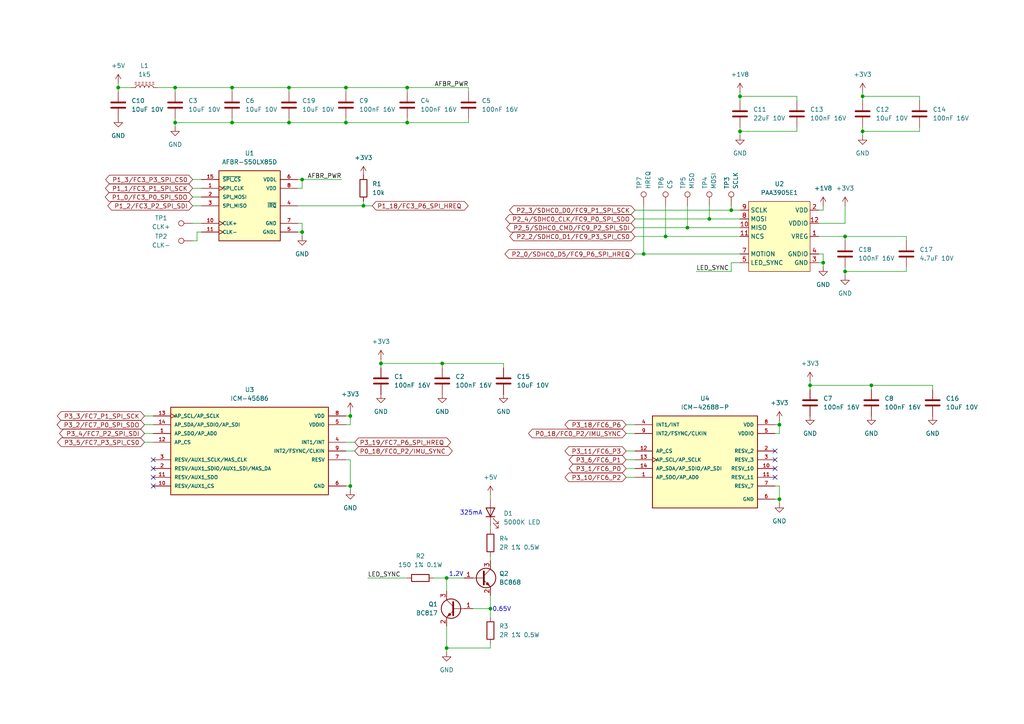
<source format=kicad_sch>
(kicad_sch (version 20250114) (generator "eeschema") (generator_version "9.0")
  (paper "A4")
  (title_block (title "MR-MCXN-T1 Optical Flow") (date "2025-04-16") (rev "X0") (company "NXP SEMICONDUCTORS B.V.") (comment 1 "CLASSIFICATION: INTERNAL USE ONLY") (comment 3 "DESIGNER: YOURI TILS") (comment 4 "CTO SYSTEM INNOVATIONS / MOBILE ROBOTICS DOMAIN"))
  (lib_symbols
    (symbol "Connector:TestPoint" (pin_numbers (hide yes)) (pin_names (offset 0.762) (hide yes))
      (property "Reference" "TP" (at 0 6.858 0))
      (property "Value" "TestPoint" (at 0 5.08 0))
      (symbol "TestPoint_0_1"
        (circle (center 0 3.302) (radius 0.762))
      )
      (symbol "TestPoint_1_1"
        (pin passive line (at 0 0 90) (length 2.54) (name "1") (number "1"))
      )
    )
    (symbol "Device:C" (pin_numbers (hide yes)) (pin_names (offset 0.254))
      (property "Reference" "C" (at 0.635 2.54 0))
      (property "Value" "C" (at 0.635 -2.54 0))
      (symbol "C_0_1"
        (polyline (pts (xy -2.032 0.762) (xy 2.032 0.762)) (stroke (width 0.508)))
        (polyline (pts (xy -2.032 -0.762) (xy 2.032 -0.762)) (stroke (width 0.508)))
      )
      (symbol "C_1_1"
        (pin passive line (at 0 3.81 270) (length 2.794) (name "~") (number "1"))
        (pin passive line (at 0 -3.81 90) (length 2.794) (name "~") (number "2"))
      )
    )
    (symbol "Device:LED" (pin_numbers (hide yes)) (pin_names (offset 1.016) (hide yes))
      (property "Reference" "D" (at 0 2.54 0))
      (property "Value" "LED" (at 0 -2.54 0))
      (symbol "LED_0_1"
        (polyline (pts (xy -3.048 -0.762) (xy -4.572 -2.286) (xy -3.81 -2.286) (xy -4.572 -2.286) (xy -4.572 -1.524)))
        (polyline (pts (xy -1.778 -0.762) (xy -3.302 -2.286) (xy -2.54 -2.286) (xy -3.302 -2.286) (xy -3.302 -1.524)))
        (polyline (pts (xy -1.27 0) (xy 1.27 0)))
        (polyline (pts (xy -1.27 -1.27) (xy -1.27 1.27)) (stroke (width 0.254)))
        (polyline (pts (xy 1.27 -1.27) (xy 1.27 1.27) (xy -1.27 0) (xy 1.27 -1.27)) (stroke (width 0.254)))
      )
      (symbol "LED_1_1"
        (pin passive line (at -3.81 0 0) (length 2.54) (name "K") (number "1"))
        (pin passive line (at 3.81 0 180) (length 2.54) (name "A") (number "2"))
      )
    )
    (symbol "Device:L_Ferrite" (pin_numbers (hide yes)) (pin_names (offset 1.016) (hide yes))
      (property "Reference" "L" (at -1.27 0 90))
      (property "Value" "L_Ferrite" (at 2.794 0 90))
      (symbol "L_Ferrite_0_1"
        (arc (start 0 2.54) (mid 0.6323 1.905) (end 0 1.27))
        (arc (start 0 1.27) (mid 0.6323 0.635) (end 0 0))
        (arc (start 0 0) (mid 0.6323 -0.635) (end 0 -1.27))
        (arc (start 0 -1.27) (mid 0.6323 -1.905) (end 0 -2.54))
        (polyline (pts (xy 1.016 2.286) (xy 1.016 2.794)))
        (polyline (pts (xy 1.016 1.27) (xy 1.016 1.778)))
        (polyline (pts (xy 1.016 0.254) (xy 1.016 0.762)))
        (polyline (pts (xy 1.016 -0.762) (xy 1.016 -0.254)))
        (polyline (pts (xy 1.016 -1.778) (xy 1.016 -1.27)))
        (polyline (pts (xy 1.016 -2.794) (xy 1.016 -2.286)))
        (polyline (pts (xy 1.524 2.794) (xy 1.524 2.286)))
        (polyline (pts (xy 1.524 1.778) (xy 1.524 1.27)))
        (polyline (pts (xy 1.524 0.762) (xy 1.524 0.254)))
        (polyline (pts (xy 1.524 -0.254) (xy 1.524 -0.762)))
        (polyline (pts (xy 1.524 -1.27) (xy 1.524 -1.778)))
        (polyline (pts (xy 1.524 -2.286) (xy 1.524 -2.794)))
      )
      (symbol "L_Ferrite_1_1"
        (pin passive line (at 0 3.81 270) (length 1.27) (name "1") (number "1"))
        (pin passive line (at 0 -3.81 90) (length 1.27) (name "2") (number "2"))
      )
    )
    (symbol "Device:R" (pin_numbers (hide yes)) (pin_names (offset 0))
      (property "Reference" "R" (at 2.032 0 90))
      (property "Value" "R" (at 0 0 90))
      (symbol "R_0_1"
        (rectangle (start -1.016 -2.54) (end 1.016 2.54) (stroke (width 0.254)))
      )
      (symbol "R_1_1"
        (pin passive line (at 0 3.81 270) (length 1.27) (name "~") (number "1"))
        (pin passive line (at 0 -3.81 90) (length 1.27) (name "~") (number "2"))
      )
    )
    (symbol "Sensors:AFBR-S50LX85D" (pin_names (offset 1.016))
      (property "Reference" "U" (at -8.89 10.795 0))
      (property "Value" "AFBR-S50LX85D" (at -8.89 -12.446 0))
      (symbol "AFBR-S50LX85D_0_0"
        (rectangle (start -8.89 10.16) (end 8.89 -10.16) (stroke (width 0.254)) (fill (type background)))
        (pin input line (at -13.97 7.62 0) (length 5.08) (name "~{SPI_CS}") (number "15"))
        (pin input clock (at -13.97 5.08 0) (length 5.08) (name "SPI_CLK") (number "1"))
        (pin input line (at -13.97 2.54 0) (length 5.08) (name "SPI_MOSI") (number "2"))
        (pin output line (at -13.97 0 0) (length 5.08) (name "SPI_MISO") (number "3"))
        (pin bidirectional clock (at -13.97 -5.08 0) (length 5.08) (name "CLK+") (number "10"))
        (pin bidirectional clock (at -13.97 -7.62 0) (length 5.08) (name "CLK-") (number "11"))
        (pin power_in line (at 13.97 7.62 180) (length 5.08) (name "VDDL") (number "6"))
        (pin power_in line (at 13.97 5.08 180) (length 5.08) (hide yes) (name "VDD") (number "13"))
        (pin power_in line (at 13.97 5.08 180) (length 5.08) (name "VDD") (number "8"))
        (pin no_connect line (at 13.97 2.54 180) (length 5.08) (hide yes) (name "TEST") (number "12"))
        (pin output line (at 13.97 0 180) (length 5.08) (name "~{IRQ}") (number "4"))
        (pin power_in line (at 13.97 -5.08 180) (length 5.08) (hide yes) (name "GND") (number "14"))
        (pin power_in line (at 13.97 -5.08 180) (length 5.08) (name "GND") (number "7"))
        (pin power_in line (at 13.97 -5.08 180) (length 5.08) (hide yes) (name "GND") (number "9"))
        (pin power_in line (at 13.97 -7.62 180) (length 5.08) (name "GNDL") (number "5"))
      )
    )
    (symbol "Sensors:ICM-42688-P" (pin_names (offset 1.016))
      (property "Reference" "U" (at -14.986 13.462 0))
      (property "Value" "ICM-42688-P" (at -14.986 -16.256 0))
      (symbol "ICM-42688-P_0_0"
        (rectangle (start -15.24 12.7) (end 15.24 -13.97) (stroke (width 0.254)) (fill (type background)))
        (pin output line (at -20.32 10.16 0) (length 5.08) (name "INT1/INT") (number "4"))
        (pin bidirectional line (at -20.32 7.62 0) (length 5.08) (name "INT2/FSYNC/CLKIN") (number "9"))
        (pin input line (at -20.32 2.54 0) (length 5.08) (name "AP_CS") (number "12"))
        (pin input clock (at -20.32 0 0) (length 5.08) (name "AP_SCL/AP_SCLK") (number "13"))
        (pin bidirectional line (at -20.32 -2.54 0) (length 5.08) (name "AP_SDA/AP_SDIO/AP_SDI") (number "14"))
        (pin bidirectional line (at -20.32 -5.08 0) (length 5.08) (name "AP_SDO/AP_AD0") (number "1"))
        (pin power_in line (at 20.32 10.16 180) (length 5.08) (name "VDD") (number "8"))
        (pin power_in line (at 20.32 7.62 180) (length 5.08) (name "VDDIO") (number "5"))
        (pin passive line (at 20.32 2.54 180) (length 5.08) (name "RESV_2") (number "2"))
        (pin passive line (at 20.32 0 180) (length 5.08) (name "RESV_3") (number "3"))
        (pin passive line (at 20.32 -2.54 180) (length 5.08) (name "RESV_10") (number "10"))
        (pin passive line (at 20.32 -5.08 180) (length 5.08) (name "RESV_11") (number "11"))
        (pin passive line (at 20.32 -7.62 180) (length 5.08) (name "RESV_7") (number "7"))
        (pin power_in line (at 20.32 -11.43 180) (length 5.08) (name "GND") (number "6"))
      )
    )
    (symbol "Sensors:ICM-45686" (pin_names (offset 1.016))
      (property "Reference" "U" (at -40.386 17.272 0))
      (property "Value" "ICM-45686" (at -40.132 -9.906 0))
      (symbol "ICM-45686_0_0"
        (rectangle (start -40.64 16.51) (end 5.08 -8.89) (stroke (width 0.254)) (fill (type background)))
        (pin input clock (at -45.72 13.97 0) (length 5.08) (name "AP_SCL/AP_SCLK") (number "13"))
        (pin bidirectional line (at -45.72 11.43 0) (length 5.08) (name "AP_SDA/AP_SDIO/AP_SDI") (number "14"))
        (pin output line (at -45.72 8.89 0) (length 5.08) (name "AP_SDO/AP_AD0") (number "1"))
        (pin input line (at -45.72 6.35 0) (length 5.08) (name "AP_CS") (number "12"))
        (pin input line (at -45.72 1.27 0) (length 5.08) (name "RESV/AUX1_SCLK/MAS_CLK") (number "3"))
        (pin bidirectional line (at -45.72 -1.27 0) (length 5.08) (name "RESV/AUX1_SDIO/AUX1_SDI/MAS_DA") (number "2"))
        (pin output line (at -45.72 -3.81 0) (length 5.08) (name "RESV/AUX1_SDO") (number "11"))
        (pin input line (at -45.72 -6.35 0) (length 5.08) (name "RESV/AUX1_CS") (number "10"))
        (pin power_in line (at 10.16 13.97 180) (length 5.08) (name "VDD") (number "8"))
        (pin power_in line (at 10.16 11.43 180) (length 5.08) (name "VDDIO") (number "5"))
        (pin output line (at 10.16 6.35 180) (length 5.08) (name "INT1/INT") (number "4"))
        (pin bidirectional line (at 10.16 3.81 180) (length 5.08) (name "INT2/FSYNC/CLKIN") (number "9"))
        (pin bidirectional line (at 10.16 1.27 180) (length 5.08) (name "RESV") (number "7"))
        (pin power_in line (at 10.16 -6.35 180) (length 5.08) (name "GND") (number "6"))
      )
    )
    (symbol "Sensors:PAA3905E1"
      (property "Reference" "U" (at -7.874 11.43 0))
      (property "Value" "PAA3905E1" (at -3.302 -11.684 0))
      (symbol "PAA3905E1_1_1"
        (rectangle (start -8.89 10.16) (end 8.89 -10.16) (fill (type background)))
        (pin input line (at -11.43 7.62 0) (length 2.54) (name "SCLK") (number "9"))
        (pin bidirectional line (at -11.43 5.08 0) (length 2.54) (name "MOSI") (number "8"))
        (pin bidirectional line (at -11.43 2.54 0) (length 2.54) (name "MISO") (number "10"))
        (pin input line (at -11.43 0 0) (length 2.54) (name "NCS") (number "11"))
        (pin passive line (at -11.43 -2.54 0) (length 2.54) (hide yes) (name "NC") (number "6"))
        (pin output line (at -11.43 -5.08 0) (length 2.54) (name "MOTION") (number "7"))
        (pin output line (at -11.43 -7.62 0) (length 2.54) (name "LED_SYNC") (number "5"))
        (pin power_in line (at 11.43 7.62 180) (length 2.54) (name "VDD") (number "2"))
        (pin power_in line (at 11.43 3.81 180) (length 2.54) (name "VDDIO") (number "12"))
        (pin power_in line (at 11.43 0 180) (length 2.54) (name "VREG") (number "1"))
        (pin power_in line (at 11.43 -5.08 180) (length 2.54) (name "GNDIO") (number "4"))
        (pin power_in line (at 11.43 -7.62 180) (length 2.54) (name "GND") (number "3"))
      )
    )
    (symbol "Transistor_BJT:BC817" (pin_names (offset 0) (hide yes))
      (property "Reference" "Q" (at 5.08 1.905 0))
      (property "Value" "BC817" (at 5.08 0 0))
      (symbol "BC817_0_1"
        (polyline (pts (xy -2.54 0) (xy 0.635 0)))
        (polyline (pts (xy 0.635 1.905) (xy 0.635 -1.905)) (stroke (width 0.508)))
        (circle (center 1.27 0) (radius 2.8194) (stroke (width 0.254)))
      )
      (symbol "BC817_1_1"
        (polyline (pts (xy 0.635 0.635) (xy 2.54 2.54)))
        (polyline (pts (xy 0.635 -0.635) (xy 2.54 -2.54)))
        (polyline (pts (xy 1.27 -1.778) (xy 1.778 -1.27) (xy 2.286 -2.286) (xy 1.27 -1.778)) (fill (type outline)))
        (pin input line (at -5.08 0 0) (length 2.54) (name "B") (number "1"))
        (pin passive line (at 2.54 5.08 270) (length 2.54) (name "C") (number "3"))
        (pin passive line (at 2.54 -5.08 90) (length 2.54) (name "E") (number "2"))
      )
    )
    (symbol "power:+1V8" (power) (pin_numbers (hide yes)) (pin_names (offset 0) (hide yes))
      (property "Value" "+1V8" (at 0 3.556 0))
      (symbol "+1V8_0_1"
        (polyline (pts (xy -0.762 1.27) (xy 0 2.54)))
        (polyline (pts (xy 0 2.54) (xy 0.762 1.27)))
        (polyline (pts (xy 0 0) (xy 0 2.54)))
      )
      (symbol "+1V8_1_1"
        (pin power_in line (at 0 0 90) (length 0) (name "~") (number "1"))
      )
    )
    (symbol "power:+3V3" (power) (pin_numbers (hide yes)) (pin_names (offset 0) (hide yes))
      (property "Value" "+3V3" (at 0 3.556 0))
      (symbol "+3V3_0_1"
        (polyline (pts (xy -0.762 1.27) (xy 0 2.54)))
        (polyline (pts (xy 0 2.54) (xy 0.762 1.27)))
        (polyline (pts (xy 0 0) (xy 0 2.54)))
      )
      (symbol "+3V3_1_1"
        (pin power_in line (at 0 0 90) (length 0) (name "~") (number "1"))
      )
    )
    (symbol "power:+5V" (power) (pin_numbers (hide yes)) (pin_names (offset 0) (hide yes))
      (property "Value" "+5V" (at 0 3.556 0))
      (symbol "+5V_0_1"
        (polyline (pts (xy -0.762 1.27) (xy 0 2.54)))
        (polyline (pts (xy 0 2.54) (xy 0.762 1.27)))
        (polyline (pts (xy 0 0) (xy 0 2.54)))
      )
      (symbol "+5V_1_1"
        (pin power_in line (at 0 0 90) (length 0) (name "~") (number "1"))
      )
    )
    (symbol "power:GND" (power) (pin_numbers (hide yes)) (pin_names (offset 0) (hide yes))
      (property "Value" "GND" (at 0 -3.81 0))
      (symbol "GND_0_1"
        (polyline (pts (xy 0 0) (xy 0 -1.27) (xy 1.27 -1.27) (xy 0 -2.54) (xy -1.27 -1.27) (xy 0 -1.27)))
      )
      (symbol "GND_1_1"
        (pin power_in line (at 0 0 270) (length 0) (name "~") (number "1"))
      )
    )
  )
  (text "325mA" (at 136.652 148.844 0) (effects (font (size 1.27 1.27))))
  (text "0.65V" (at 145.542 176.784 0) (effects (font (size 1.27 1.27))))
  (text "1.2V" (at 132.334 166.624 0) (effects (font (size 1.27 1.27))))
  (junction (at 101.6 120.65))
  (junction (at 142.24 176.53))
  (junction (at 129.54 167.64))
  (junction (at 212.09 60.96))
  (junction (at 101.6 140.97))
  (junction (at 100.33 35.56))
  (junction (at 250.19 38.1))
  (junction (at 105.41 59.69))
  (junction (at 50.8 35.56))
  (junction (at 118.11 25.4))
  (junction (at 238.76 76.2))
  (junction (at 67.31 25.4))
  (junction (at 118.11 35.56))
  (junction (at 226.06 123.19))
  (junction (at 245.11 78.74))
  (junction (at 87.63 52.07))
  (junction (at 87.63 67.31))
  (junction (at 129.54 187.96))
  (junction (at 250.19 27.94))
  (junction (at 199.39 66.04))
  (junction (at 245.11 68.58))
  (junction (at 100.33 25.4))
  (junction (at 128.27 105.41))
  (junction (at 83.82 35.56))
  (junction (at 193.04 68.58))
  (junction (at 110.49 105.41))
  (junction (at 205.74 63.5))
  (junction (at 83.82 25.4))
  (junction (at 50.8 25.4))
  (junction (at 214.63 38.1))
  (junction (at 67.31 35.56))
  (junction (at 226.06 144.78))
  (junction (at 186.69 73.66))
  (junction (at 234.95 111.76))
  (junction (at 34.29 25.4))
  (junction (at 214.63 27.94))
  (junction (at 252.73 111.76))
  (no_connect (at 44.45 138.43))
  (no_connect (at 224.79 130.81))
  (no_connect (at 44.45 140.97))
  (no_connect (at 224.79 135.89))
  (no_connect (at 44.45 133.35))
  (no_connect (at 44.45 135.89))
  (no_connect (at 224.79 133.35))
  (no_connect (at 224.79 138.43))
  (wire (pts (xy 55.88 54.61) (xy 58.42 54.61)))
  (wire (pts (xy 135.89 35.56) (xy 135.89 34.29)))
  (wire (pts (xy 100.33 133.35) (xy 101.6 133.35)))
  (wire (pts (xy 266.7 27.94) (xy 250.19 27.94)))
  (wire (pts (xy 142.24 143.51) (xy 142.24 144.78)))
  (wire (pts (xy 181.61 130.81) (xy 184.15 130.81)))
  (wire (pts (xy 67.31 34.29) (xy 67.31 35.56)))
  (wire (pts (xy 250.19 27.94) (xy 250.19 29.21)))
  (wire (pts (xy 193.04 59.69) (xy 193.04 68.58)))
  (wire (pts (xy 237.49 60.96) (xy 238.76 60.96)))
  (wire (pts (xy 184.15 63.5) (xy 205.74 63.5)))
  (wire (pts (xy 41.91 128.27) (xy 44.45 128.27)))
  (wire (pts (xy 100.33 35.56) (xy 118.11 35.56)))
  (wire (pts (xy 55.88 69.85) (xy 57.15 69.85)))
  (wire (pts (xy 50.8 25.4) (xy 50.8 26.67)))
  (wire (pts (xy 245.11 64.77) (xy 237.49 64.77)))
  (wire (pts (xy 87.63 52.07) (xy 99.06 52.07)))
  (wire (pts (xy 238.76 60.96) (xy 238.76 59.69)))
  (wire (pts (xy 101.6 119.38) (xy 101.6 120.65)))
  (wire (pts (xy 128.27 105.41) (xy 128.27 106.68)))
  (wire (pts (xy 50.8 25.4) (xy 67.31 25.4)))
  (wire (pts (xy 57.15 67.31) (xy 58.42 67.31)))
  (wire (pts (xy 270.51 111.76) (xy 270.51 113.03)))
  (wire (pts (xy 234.95 110.49) (xy 234.95 111.76)))
  (wire (pts (xy 129.54 181.61) (xy 129.54 187.96)))
  (wire (pts (xy 128.27 105.41) (xy 146.05 105.41)))
  (wire (pts (xy 181.61 125.73) (xy 184.15 125.73)))
  (wire (pts (xy 105.41 58.42) (xy 105.41 59.69)))
  (wire (pts (xy 50.8 34.29) (xy 50.8 35.56)))
  (wire (pts (xy 201.93 78.74) (xy 212.09 78.74)))
  (wire (pts (xy 101.6 123.19) (xy 100.33 123.19)))
  (wire (pts (xy 252.73 111.76) (xy 270.51 111.76)))
  (wire (pts (xy 86.36 52.07) (xy 87.63 52.07)))
  (wire (pts (xy 245.11 69.85) (xy 245.11 68.58)))
  (wire (pts (xy 181.61 135.89) (xy 184.15 135.89)))
  (wire (pts (xy 205.74 59.69) (xy 205.74 63.5)))
  (wire (pts (xy 55.88 59.69) (xy 58.42 59.69)))
  (wire (pts (xy 237.49 68.58) (xy 245.11 68.58)))
  (wire (pts (xy 238.76 76.2) (xy 238.76 73.66)))
  (wire (pts (xy 45.72 25.4) (xy 50.8 25.4)))
  (wire (pts (xy 193.04 68.58) (xy 214.63 68.58)))
  (wire (pts (xy 87.63 64.77) (xy 86.36 64.77)))
  (wire (pts (xy 238.76 73.66) (xy 237.49 73.66)))
  (wire (pts (xy 125.73 167.64) (xy 129.54 167.64)))
  (wire (pts (xy 110.49 106.68) (xy 110.49 105.41)))
  (wire (pts (xy 86.36 59.69) (xy 105.41 59.69)))
  (wire (pts (xy 245.11 78.74) (xy 262.89 78.74)))
  (wire (pts (xy 181.61 123.19) (xy 184.15 123.19)))
  (wire (pts (xy 67.31 25.4) (xy 83.82 25.4)))
  (wire (pts (xy 184.15 68.58) (xy 193.04 68.58)))
  (wire (pts (xy 137.16 176.53) (xy 142.24 176.53)))
  (wire (pts (xy 41.91 125.73) (xy 44.45 125.73)))
  (wire (pts (xy 101.6 140.97) (xy 101.6 142.24)))
  (wire (pts (xy 184.15 66.04) (xy 199.39 66.04)))
  (wire (pts (xy 237.49 76.2) (xy 238.76 76.2)))
  (wire (pts (xy 129.54 167.64) (xy 129.54 171.45)))
  (wire (pts (xy 106.68 167.64) (xy 118.11 167.64)))
  (wire (pts (xy 34.29 25.4) (xy 34.29 26.67)))
  (wire (pts (xy 87.63 52.07) (xy 87.63 54.61)))
  (wire (pts (xy 224.79 144.78) (xy 226.06 144.78)))
  (wire (pts (xy 184.15 60.96) (xy 212.09 60.96)))
  (wire (pts (xy 226.06 123.19) (xy 226.06 125.73)))
  (wire (pts (xy 100.33 130.81) (xy 102.87 130.81)))
  (wire (pts (xy 181.61 138.43) (xy 184.15 138.43)))
  (wire (pts (xy 101.6 133.35) (xy 101.6 140.97)))
  (wire (pts (xy 118.11 35.56) (xy 118.11 34.29)))
  (wire (pts (xy 118.11 25.4) (xy 118.11 26.67)))
  (wire (pts (xy 231.14 29.21) (xy 231.14 27.94)))
  (wire (pts (xy 142.24 152.4) (xy 142.24 153.67)))
  (wire (pts (xy 55.88 52.07) (xy 58.42 52.07)))
  (wire (pts (xy 118.11 25.4) (xy 135.89 25.4)))
  (wire (pts (xy 250.19 26.67) (xy 250.19 27.94)))
  (wire (pts (xy 50.8 35.56) (xy 50.8 36.83)))
  (wire (pts (xy 129.54 167.64) (xy 134.62 167.64)))
  (wire (pts (xy 262.89 78.74) (xy 262.89 77.47)))
  (wire (pts (xy 100.33 25.4) (xy 100.33 26.67)))
  (wire (pts (xy 214.63 38.1) (xy 214.63 39.37)))
  (wire (pts (xy 142.24 179.07) (xy 142.24 176.53)))
  (wire (pts (xy 41.91 120.65) (xy 44.45 120.65)))
  (wire (pts (xy 199.39 59.69) (xy 199.39 66.04)))
  (wire (pts (xy 205.74 63.5) (xy 214.63 63.5)))
  (wire (pts (xy 186.69 73.66) (xy 214.63 73.66)))
  (wire (pts (xy 231.14 38.1) (xy 231.14 36.83)))
  (wire (pts (xy 34.29 24.13) (xy 34.29 25.4)))
  (wire (pts (xy 226.06 121.92) (xy 226.06 123.19)))
  (wire (pts (xy 118.11 35.56) (xy 135.89 35.56)))
  (wire (pts (xy 245.11 77.47) (xy 245.11 78.74)))
  (wire (pts (xy 214.63 26.67) (xy 214.63 27.94)))
  (wire (pts (xy 100.33 128.27) (xy 102.87 128.27)))
  (wire (pts (xy 142.24 176.53) (xy 142.24 172.72)))
  (wire (pts (xy 212.09 60.96) (xy 214.63 60.96)))
  (wire (pts (xy 262.89 68.58) (xy 262.89 69.85)))
  (wire (pts (xy 86.36 67.31) (xy 87.63 67.31)))
  (wire (pts (xy 238.76 77.47) (xy 238.76 76.2)))
  (wire (pts (xy 231.14 27.94) (xy 214.63 27.94)))
  (wire (pts (xy 55.88 64.77) (xy 58.42 64.77)))
  (wire (pts (xy 87.63 67.31) (xy 87.63 64.77)))
  (wire (pts (xy 226.06 125.73) (xy 224.79 125.73)))
  (wire (pts (xy 224.79 140.97) (xy 226.06 140.97)))
  (wire (pts (xy 181.61 133.35) (xy 184.15 133.35)))
  (wire (pts (xy 67.31 35.56) (xy 83.82 35.56)))
  (wire (pts (xy 252.73 111.76) (xy 252.73 113.03)))
  (wire (pts (xy 234.95 111.76) (xy 252.73 111.76)))
  (wire (pts (xy 129.54 187.96) (xy 129.54 189.23)))
  (wire (pts (xy 142.24 162.56) (xy 142.24 161.29)))
  (wire (pts (xy 41.91 123.19) (xy 44.45 123.19)))
  (wire (pts (xy 100.33 25.4) (xy 118.11 25.4)))
  (wire (pts (xy 212.09 59.69) (xy 212.09 60.96)))
  (wire (pts (xy 100.33 120.65) (xy 101.6 120.65)))
  (wire (pts (xy 34.29 25.4) (xy 38.1 25.4)))
  (wire (pts (xy 135.89 26.67) (xy 135.89 25.4)))
  (wire (pts (xy 57.15 69.85) (xy 57.15 67.31)))
  (wire (pts (xy 245.11 78.74) (xy 245.11 80.01)))
  (wire (pts (xy 226.06 146.05) (xy 226.06 144.78)))
  (wire (pts (xy 55.88 57.15) (xy 58.42 57.15)))
  (wire (pts (xy 186.69 59.69) (xy 186.69 73.66)))
  (wire (pts (xy 50.8 35.56) (xy 67.31 35.56)))
  (wire (pts (xy 226.06 140.97) (xy 226.06 144.78)))
  (wire (pts (xy 250.19 38.1) (xy 266.7 38.1)))
  (wire (pts (xy 266.7 38.1) (xy 266.7 36.83)))
  (wire (pts (xy 110.49 105.41) (xy 128.27 105.41)))
  (wire (pts (xy 224.79 123.19) (xy 226.06 123.19)))
  (wire (pts (xy 105.41 59.69) (xy 107.95 59.69)))
  (wire (pts (xy 212.09 76.2) (xy 214.63 76.2)))
  (wire (pts (xy 214.63 38.1) (xy 231.14 38.1)))
  (wire (pts (xy 83.82 25.4) (xy 83.82 26.67)))
  (wire (pts (xy 234.95 113.03) (xy 234.95 111.76)))
  (wire (pts (xy 83.82 34.29) (xy 83.82 35.56)))
  (wire (pts (xy 83.82 25.4) (xy 100.33 25.4)))
  (wire (pts (xy 184.15 73.66) (xy 186.69 73.66)))
  (wire (pts (xy 250.19 38.1) (xy 250.19 39.37)))
  (wire (pts (xy 245.11 68.58) (xy 262.89 68.58)))
  (wire (pts (xy 100.33 34.29) (xy 100.33 35.56)))
  (wire (pts (xy 266.7 29.21) (xy 266.7 27.94)))
  (wire (pts (xy 67.31 25.4) (xy 67.31 26.67)))
  (wire (pts (xy 83.82 35.56) (xy 100.33 35.56)))
  (wire (pts (xy 100.33 140.97) (xy 101.6 140.97)))
  (wire (pts (xy 101.6 120.65) (xy 101.6 123.19)))
  (wire (pts (xy 87.63 68.58) (xy 87.63 67.31)))
  (wire (pts (xy 212.09 78.74) (xy 212.09 76.2)))
  (wire (pts (xy 214.63 36.83) (xy 214.63 38.1)))
  (wire (pts (xy 245.11 59.69) (xy 245.11 64.77)))
  (wire (pts (xy 110.49 104.14) (xy 110.49 105.41)))
  (wire (pts (xy 142.24 187.96) (xy 142.24 186.69)))
  (wire (pts (xy 146.05 105.41) (xy 146.05 106.68)))
  (wire (pts (xy 87.63 54.61) (xy 86.36 54.61)))
  (wire (pts (xy 250.19 36.83) (xy 250.19 38.1)))
  (wire (pts (xy 214.63 27.94) (xy 214.63 29.21)))
  (wire (pts (xy 199.39 66.04) (xy 214.63 66.04)))
  (wire (pts (xy 129.54 187.96) (xy 142.24 187.96)))
  (label "AFBR_PWR" (at 135.89 25.4 180))
  (label "LED_SYNC" (at 106.68 167.64 0))
  (label "AFBR_PWR" (at 99.06 52.07 180))
  (label "LED_SYNC" (at 201.93 78.74 0))
  (global_label "P1_1{slash}FC3_P1_SPI_SCK" (shape bidirectional) (at 55.88 54.61 180) (property "Intersheetrefs" "${INTERSHEET_REFS}" (effects (hide yes))))
  (global_label "P3_18{slash}FC6_P6" (shape bidirectional) (at 181.61 123.19 180) (property "Intersheetrefs" "${INTERSHEET_REFS}" (effects (hide yes))))
  (global_label "P0_18{slash}FC0_P2{slash}IMU_SYNC" (shape bidirectional) (at 181.61 125.73 180) (property "Intersheetrefs" "${INTERSHEET_REFS}" (effects (hide yes))))
  (global_label "P1_2{slash}FC3_P2_SPI_SDI" (shape bidirectional) (at 55.88 59.69 180) (property "Intersheetrefs" "${INTERSHEET_REFS}" (effects (hide yes))))
  (global_label "P3_6{slash}FC6_P1" (shape bidirectional) (at 181.61 133.35 180) (property "Intersheetrefs" "${INTERSHEET_REFS}" (effects (hide yes))))
  (global_label "P2_2/SDHC0_D1/FC9_P3_SPI_CS0" (shape bidirectional) (at 184.15 68.58 180) (property "Intersheetrefs" "${INTERSHEET_REFS}" (effects (hide yes))))
  (global_label "P1_18{slash}FC3_P6_SPI_HREQ" (shape bidirectional) (at 107.95 59.69 0) (property "Intersheetrefs" "${INTERSHEET_REFS}" (effects (hide yes))))
  (global_label "P2_0/SDHC0_D5/FC9_P6_SPI_HREQ" (shape bidirectional) (at 184.15 73.66 180) (property "Intersheetrefs" "${INTERSHEET_REFS}" (effects (hide yes))))
  (global_label "P3_2{slash}FC7_P0_SPI_SDO" (shape bidirectional) (at 41.91 123.19 180) (property "Intersheetrefs" "${INTERSHEET_REFS}" (effects (hide yes))))
  (global_label "P1_3{slash}FC3_P3_SPI_CS0" (shape bidirectional) (at 55.88 52.07 180) (property "Intersheetrefs" "${INTERSHEET_REFS}" (effects (hide yes))))
  (global_label "P3_10{slash}FC6_P2" (shape bidirectional) (at 181.61 138.43 180) (property "Intersheetrefs" "${INTERSHEET_REFS}" (effects (hide yes))))
  (global_label "P3_19{slash}FC7_P6_SPI_HREQ" (shape bidirectional) (at 102.87 128.27 0) (property "Intersheetrefs" "${INTERSHEET_REFS}" (effects (hide yes))))
  (global_label "P3_4{slash}FC7_P2_SPI_SDI" (shape bidirectional) (at 41.91 125.73 180) (property "Intersheetrefs" "${INTERSHEET_REFS}" (effects (hide yes))))
  (global_label "P3_1{slash}FC6_P0" (shape bidirectional) (at 181.61 135.89 180) (property "Intersheetrefs" "${INTERSHEET_REFS}" (effects (hide yes))))
  (global_label "P2_3/SDHC0_D0/FC9_P1_SPI_SCK" (shape bidirectional) (at 184.15 60.96 180) (property "Intersheetrefs" "${INTERSHEET_REFS}" (effects (hide yes))))
  (global_label "P2_4/SDHC0_CLK/FC9_P0_SPI_SDO" (shape bidirectional) (at 184.15 63.5 180) (property "Intersheetrefs" "${INTERSHEET_REFS}" (effects (hide yes))))
  (global_label "P1_0{slash}FC3_P0_SPI_SDO" (shape bidirectional) (at 55.88 57.15 180) (property "Intersheetrefs" "${INTERSHEET_REFS}" (effects (hide yes))))
  (global_label "P3_11{slash}FC6_P3" (shape bidirectional) (at 181.61 130.81 180) (property "Intersheetrefs" "${INTERSHEET_REFS}" (effects (hide yes))))
  (global_label "P2_5/SDHC0_CMD/FC9_P2_SPI_SDI" (shape bidirectional) (at 184.15 66.04 180) (property "Intersheetrefs" "${INTERSHEET_REFS}" (effects (hide yes))))
  (global_label "P3_5{slash}FC7_P3_SPI_CS0" (shape bidirectional) (at 41.91 128.27 180) (property "Intersheetrefs" "${INTERSHEET_REFS}" (effects (hide yes))))
  (global_label "P3_3{slash}FC7_P1_SPI_SCK" (shape bidirectional) (at 41.91 120.65 180) (property "Intersheetrefs" "${INTERSHEET_REFS}" (effects (hide yes))))
  (global_label "P0_18{slash}FC0_P2{slash}IMU_SYNC" (shape bidirectional) (at 102.87 130.81 0) (property "Intersheetrefs" "${INTERSHEET_REFS}" (effects (hide yes))))
  (symbol (lib_id "Sensors:AFBR-S50LX85D") (at 72.39 59.69 0) (unit 1)
    (property "Reference" "U1" (at 72.39 44.45 0))
    (property "Value" "AFBR-S50LX85D" (at 72.39 46.99 0))
    (property "Footprint" "Sensors:AFBR-S50xxxxx" (effects (hide yes)))
    (property "Datasheet" "https://docs.broadcom.com/doc/AFBR-S50LX85D-DS" (effects (hide yes)))
    (property "MF" "Broadcom Limited" (effects (hide yes)))
    (property "MFPN" "AFBR-S50LX85D" (effects (hide yes)))
    (property "DigiKey" "516-AFBR-S50LX85D-ND" (effects (hide yes)))
  )
  (symbol (lib_id "power:GND") (at 50.8 36.83 0) (unit 1)
    (property "Reference" "#PWR54" (effects (hide yes)))
    (property "Value" "GND" (at 50.8 41.91 0))
    (property "Description" "Power symbol creates a global label with name \"GND\" , ground" (effects (hide yes)))
  )
  (symbol (lib_id "Device:C") (at 50.8 30.48 0) (unit 1)
    (property "Reference" "C3" (at 54.61 29.2099 0) (effects (justify left)))
    (property "Value" "10uF 10V" (at 54.61 31.7499 0) (effects (justify left)))
    (property "Footprint" "Capacitor_SMD:C_0805_2012Metric" (effects (hide yes)))
    (property "Description" "Unpolarized capacitor" (effects (hide yes)))
    (property "MF" "Murata Electronics" (effects (hide yes)))
    (property "MFPN" "GRM21BR71A106KE51L" (effects (hide yes)))
    (property "JLCPCB" "C86038" (effects (hide yes)))
    (property "DigiKey" "490-14381-1-ND" (effects (hide yes)))
  )
  (symbol (lib_id "Device:R") (at 142.24 157.48 0) (unit 1)
    (property "Reference" "R4" (at 144.78 156.2099 0) (effects (justify left)))
    (property "Value" "2R 1% 0.5W" (at 144.78 158.7499 0) (effects (justify left)))
    (property "Footprint" "Resistor_SMD:R_1210_3225Metric" (effects (hide yes)))
    (property "Description" "Resistor" (effects (hide yes)))
    (property "MF" "YAGEO" (effects (hide yes)))
    (property "MFPN" "RC1210FR-072RL" (effects (hide yes)))
    (property "DigiKey" "13-RC1210FR-072RLCT-ND" (effects (hide yes)))
  )
  (symbol (lib_id "Device:R") (at 105.41 54.61 0) (unit 1)
    (property "Reference" "R1" (at 107.95 53.3399 0) (effects (justify left)))
    (property "Value" "10k" (at 107.95 55.8799 0) (effects (justify left)))
    (property "Footprint" "Resistor_SMD:R_0402_1005Metric" (effects (hide yes)))
    (property "Description" "Resistor" (effects (hide yes)))
    (property "MF" "Yageo" (effects (hide yes)))
    (property "MFPN" "AC0402FR-0710KL" (effects (hide yes)))
    (property "JLCPCB" "C144807" (effects (hide yes)))
    (property "DigiKey" "YAG3436CT-ND" (effects (hide yes)))
  )
  (symbol (lib_id "Device:C") (at 262.89 73.66 0) (unit 1)
    (property "Reference" "C17" (at 266.7 72.3899 0) (effects (justify left)))
    (property "Value" "4.7uF 10V" (at 266.7 74.9299 0) (effects (justify left)))
    (property "Footprint" "Capacitor_SMD:C_0603_1608Metric" (effects (hide yes)))
    (property "Description" "Unpolarized capacitor" (effects (hide yes)))
    (property "MF" "Murata Electronics" (effects (hide yes)))
    (property "MFPN" "GRM188Z71C475KE21D" (effects (hide yes)))
    (property "JLCPCB" "C389010" (effects (hide yes)))
    (property "DigiKey" "490-GRM188Z71C475KE21DCT-ND" (effects (hide yes)))
  )
  (symbol (lib_id "Device:C") (at 118.11 30.48 0) (unit 1)
    (property "Reference" "C4" (at 121.92 29.2099 0) (effects (justify left)))
    (property "Value" "100nF 16V" (at 121.92 31.7499 0) (effects (justify left)))
    (property "Footprint" "Capacitor_SMD:C_0402_1005Metric" (effects (hide yes)))
    (property "Description" "Unpolarized capacitor" (effects (hide yes)))
    (property "MF" "Samsung Electro-Mechanics" (effects (hide yes)))
    (property "MFPN" "CL05B104KO5NNNC" (effects (hide yes)))
    (property "JLCPCB" "C1525" (effects (hide yes)))
    (property "DigiKey" "1276-1001-1-ND" (effects (hide yes)))
  )
  (symbol (lib_id "Device:C") (at 266.7 33.02 0) (unit 1)
    (property "Reference" "C14" (at 270.51 31.7499 0) (effects (justify left)))
    (property "Value" "100nF 16V" (at 270.51 34.2899 0) (effects (justify left)))
    (property "Footprint" "Capacitor_SMD:C_0402_1005Metric" (effects (hide yes)))
    (property "Description" "Unpolarized capacitor" (effects (hide yes)))
    (property "MF" "Samsung Electro-Mechanics" (effects (hide yes)))
    (property "MFPN" "CL05B104KO5NNNC" (effects (hide yes)))
    (property "JLCPCB" "C1525" (effects (hide yes)))
    (property "DigiKey" "1276-1001-1-ND" (effects (hide yes)))
  )
  (symbol (lib_id "Device:C") (at 234.95 116.84 0) (unit 1)
    (property "Reference" "C7" (at 238.76 115.5699 0) (effects (justify left)))
    (property "Value" "100nF 16V" (at 238.76 118.1099 0) (effects (justify left)))
    (property "Footprint" "Capacitor_SMD:C_0402_1005Metric" (effects (hide yes)))
    (property "Description" "Unpolarized capacitor" (effects (hide yes)))
    (property "MF" "Samsung Electro-Mechanics" (effects (hide yes)))
    (property "MFPN" "CL05B104KO5NNNC" (effects (hide yes)))
    (property "JLCPCB" "C1525" (effects (hide yes)))
    (property "DigiKey" "1276-1001-1-ND" (effects (hide yes)))
  )
  (symbol (lib_id "Transistor_BJT:BC817") (at 139.7 167.64 0) (unit 1)
    (property "Reference" "Q2" (at 144.78 166.3699 0) (effects (justify left)))
    (property "Value" "BC868" (at 144.78 168.9099 0) (effects (justify left)))
    (property "Footprint" "Package_TO_SOT_SMD:SOT-89-3" (effects (hide yes)))
    (property "Datasheet" "https://assets.nexperia.com/documents/data-sheet/BC868_SER.pdf" (effects (hide yes)))
    (property "Description" "20 V, 2 A NPN medium power transistors" (effects (hide yes)))
    (property "MF" "Nexperia USA Inc." (effects (hide yes)))
    (property "MFPN" "BC868-25,115" (effects (hide yes)))
    (property "DigiKey" "1727-1568-1-ND" (effects (hide yes)))
  )
  (symbol (lib_id "power:GND") (at 245.11 80.01 0) (unit 1)
    (property "Reference" "#PWR70" (effects (hide yes)))
    (property "Value" "GND" (at 245.11 85.09 0))
    (property "Description" "Power symbol creates a global label with name \"GND\" , ground" (effects (hide yes)))
  )
  (symbol (lib_id "power:GND") (at 250.19 39.37 0) (unit 1)
    (property "Reference" "#PWR65" (effects (hide yes)))
    (property "Value" "GND" (at 250.19 44.45 0))
    (property "Description" "Power symbol creates a global label with name \"GND\" , ground" (effects (hide yes)))
  )
  (symbol (lib_id "power:+5V") (at 34.29 24.13 0) (mirror y) (unit 1)
    (property "Reference" "#PWR53" (effects (hide yes)))
    (property "Value" "+5V" (at 34.29 19.05 0))
    (property "Description" "Power symbol creates a global label with name \"+5V\"" (effects (hide yes)))
  )
  (symbol (lib_id "power:GND") (at 214.63 39.37 0) (unit 1)
    (property "Reference" "#PWR64" (effects (hide yes)))
    (property "Value" "GND" (at 214.63 44.45 0))
    (property "Description" "Power symbol creates a global label with name \"GND\" , ground" (effects (hide yes)))
  )
  (symbol (lib_id "power:+3V3") (at 226.06 121.92 0) (mirror y) (unit 1)
    (property "Reference" "#PWR59" (effects (hide yes)))
    (property "Value" "+3V3" (at 226.06 116.84 0))
    (property "Description" "Power symbol creates a global label with name \"+3V3\"" (effects (hide yes)))
  )
  (symbol (lib_id "Sensors:PAA3905E1") (at 226.06 68.58 0) (unit 1)
    (property "Reference" "U2" (at 226.06 53.34 0))
    (property "Value" "PAA3905E1" (at 226.06 55.88 0))
    (property "Footprint" "Sensors:PAA3905E1-Q" (effects (hide yes)))
    (property "Datasheet" "https://www.codico.com/en/mpattachment/file/download/id/1203/" (effects (hide yes)))
    (property "MF" "Pixart" (effects (hide yes)))
    (property "MFPN" "PAA3905E1-Q" (effects (hide yes)))
    (property "Codico" "318864" (effects (hide yes)))
  )
  (symbol (lib_id "power:+3V3") (at 105.41 50.8 0) (mirror y) (unit 1)
    (property "Reference" "#PWR63" (effects (hide yes)))
    (property "Value" "+3V3" (at 105.41 45.72 0))
    (property "Description" "Power symbol creates a global label with name \"+3V3\"" (effects (hide yes)))
  )
  (symbol (lib_id "Device:LED") (at 142.24 148.59 90) (unit 1)
    (property "Reference" "D1" (at 146.05 148.9074 90) (effects (justify right)))
    (property "Value" "5000K LED" (at 146.05 151.4474 90) (effects (justify right)))
    (property "Footprint" "Diodes:JK3030AWT-P-U50EA" (effects (hide yes)))
    (property "Datasheet" "https://downloads.cree-led.com/files/ds/j/JSeries-3030.pdf" (effects (hide yes)))
    (property "Description" "LED J COOL WHITE 5000K SMD" (effects (hide yes)))
    (property "MF" "Cree LED" (effects (hide yes)))
    (property "MFPN" "JK3030AWT-P-U50EA0000-N0000001" (effects (hide yes)))
    (property "DigiKey" "2138-JK3030AWT-P-U50EA0000-N0000001CT-ND" (effects (hide yes)))
  )
  (symbol (lib_id "power:+1V8") (at 214.63 26.67 0) (mirror y) (unit 1)
    (property "Reference" "#PWR66" (effects (hide yes)))
    (property "Value" "+1V8" (at 214.63 21.59 0))
    (property "Description" "Power symbol creates a global label with name \"+1V8\"" (effects (hide yes)))
  )
  (symbol (lib_id "Device:R") (at 121.92 167.64 90) (unit 1)
    (property "Reference" "R2" (at 121.92 161.29 90))
    (property "Value" "150 1% 0.1W" (at 121.92 163.83 90))
    (property "Footprint" "Resistor_SMD:R_0603_1608Metric" (effects (hide yes)))
    (property "Description" "Resistor" (effects (hide yes)))
    (property "MF" "YAGEO" (effects (hide yes)))
    (property "MFPN" "AC0603FR-10150RL" (effects (hide yes)))
    (property "DigiKey" "13-AC0603FR-10150RLCT-ND" (effects (hide yes)))
  )
  (symbol (lib_id "Connector:TestPoint") (at 205.74 59.69 0) (unit 1) (in_bom no)
    (property "Reference" "TP4" (at 204.47 54.864 90) (effects (justify left)))
    (property "Value" "MOSI" (at 207.01 54.864 90) (effects (justify left)))
    (property "Footprint" "TestPoint:TestPoint_Pad_D1.0mm" (effects (hide yes)))
    (property "Description" "test point" (effects (hide yes)))
  )
  (symbol (lib_id "Device:R") (at 142.24 182.88 0) (unit 1)
    (property "Reference" "R3" (at 144.78 181.6099 0) (effects (justify left)))
    (property "Value" "2R 1% 0.5W" (at 144.78 184.1499 0) (effects (justify left)))
    (property "Footprint" "Resistor_SMD:R_1210_3225Metric" (effects (hide yes)))
    (property "Description" "Resistor" (effects (hide yes)))
    (property "MF" "YAGEO" (effects (hide yes)))
    (property "MFPN" "RC1210FR-072RL" (effects (hide yes)))
    (property "DigiKey" "13-RC1210FR-072RLCT-ND" (effects (hide yes)))
  )
  (symbol (lib_id "Transistor_BJT:BC817") (at 132.08 176.53 0) (mirror y) (unit 1)
    (property "Reference" "Q1" (at 127 175.2599 0) (effects (justify left)))
    (property "Value" "BC817" (at 127 177.7999 0) (effects (justify left)))
    (property "Footprint" "Package_TO_SOT_SMD:SOT-23" (effects (hide yes)))
    (property "Datasheet" "https://www.onsemi.com/pub/Collateral/BC818-D.pdf" (effects (hide yes)))
    (property "Description" "0.8A Ic, 45V Vce, NPN Transistor, SOT-23" (effects (hide yes)))
    (property "DigiKey" "1727-2919-1-ND" (effects (hide yes)))
    (property "MF" "Nexperia USA Inc." (effects (hide yes)))
    (property "MFPN" "BC817-40,215" (effects (hide yes)))
  )
  (symbol (lib_id "Device:C") (at 128.27 110.49 0) (unit 1)
    (property "Reference" "C2" (at 132.08 109.2199 0) (effects (justify left)))
    (property "Value" "100nF 16V" (at 132.08 111.7599 0) (effects (justify left)))
    (property "Footprint" "Capacitor_SMD:C_0402_1005Metric" (effects (hide yes)))
    (property "Description" "Unpolarized capacitor" (effects (hide yes)))
    (property "MF" "Samsung Electro-Mechanics" (effects (hide yes)))
    (property "MFPN" "CL05B104KO5NNNC" (effects (hide yes)))
    (property "JLCPCB" "C1525" (effects (hide yes)))
    (property "DigiKey" "1276-1001-1-ND" (effects (hide yes)))
  )
  (symbol (lib_id "power:GND") (at 128.27 114.3 0) (unit 1)
    (property "Reference" "#PWR49" (effects (hide yes)))
    (property "Value" "GND" (at 128.27 119.38 0))
    (property "Description" "Power symbol creates a global label with name \"GND\" , ground" (effects (hide yes)))
  )
  (symbol (lib_id "Sensors:ICM-42688-P") (at 204.47 133.35 0) (unit 1)
    (property "Reference" "U4" (at 204.47 115.57 0))
    (property "Value" "ICM-42688-P" (at 204.47 118.11 0))
    (property "Footprint" "Sensors:IC_ICM-42688-P" (effects (hide yes)))
    (property "Datasheet" "https://product.tdk.com/system/files/dam/doc/product/sensor/mortion-inertial/imu/data_sheet/ds-000347-icm-42688-p-v1.6.pdf" (effects (hide yes)))
    (property "MF" "TDK InvenSense" (effects (hide yes)))
    (property "MFPN" "ICM-42688-P" (effects (hide yes)))
    (property "JLCPCB" "C1850418" (effects (hide yes)))
    (property "DigiKey" "1428-ICM-42688-PCT-ND" (effects (hide yes)))
  )
  (symbol (lib_id "Device:C") (at 245.11 73.66 0) (unit 1)
    (property "Reference" "C18" (at 248.92 72.3899 0) (effects (justify left)))
    (property "Value" "100nF 16V" (at 248.92 74.9299 0) (effects (justify left)))
    (property "Footprint" "Capacitor_SMD:C_0402_1005Metric" (effects (hide yes)))
    (property "Description" "Unpolarized capacitor" (effects (hide yes)))
    (property "MF" "Samsung Electro-Mechanics" (effects (hide yes)))
    (property "MFPN" "CL05B104KO5NNNC" (effects (hide yes)))
    (property "JLCPCB" "C1525" (effects (hide yes)))
    (property "DigiKey" "1276-1001-1-ND" (effects (hide yes)))
  )
  (symbol (lib_id "power:GND") (at 234.95 120.65 0) (unit 1)
    (property "Reference" "#PWR57" (effects (hide yes)))
    (property "Value" "GND" (at 234.95 125.73 0))
    (property "Description" "Power symbol creates a global label with name \"GND\" , ground" (effects (hide yes)))
  )
  (symbol (lib_id "Device:C") (at 110.49 110.49 0) (unit 1)
    (property "Reference" "C1" (at 114.3 109.2199 0) (effects (justify left)))
    (property "Value" "100nF 16V" (at 114.3 111.7599 0) (effects (justify left)))
    (property "Footprint" "Capacitor_SMD:C_0402_1005Metric" (effects (hide yes)))
    (property "Description" "Unpolarized capacitor" (effects (hide yes)))
    (property "MF" "Samsung Electro-Mechanics" (effects (hide yes)))
    (property "MFPN" "CL05B104KO5NNNC" (effects (hide yes)))
    (property "JLCPCB" "C1525" (effects (hide yes)))
    (property "DigiKey" "1276-1001-1-ND" (effects (hide yes)))
  )
  (symbol (lib_id "Device:C") (at 252.73 116.84 0) (unit 1)
    (property "Reference" "C8" (at 256.54 115.5699 0) (effects (justify left)))
    (property "Value" "100nF 16V" (at 256.54 118.1099 0) (effects (justify left)))
    (property "Footprint" "Capacitor_SMD:C_0402_1005Metric" (effects (hide yes)))
    (property "Description" "Unpolarized capacitor" (effects (hide yes)))
    (property "MF" "Samsung Electro-Mechanics" (effects (hide yes)))
    (property "MFPN" "CL05B104KO5NNNC" (effects (hide yes)))
    (property "JLCPCB" "C1525" (effects (hide yes)))
    (property "DigiKey" "1276-1001-1-ND" (effects (hide yes)))
  )
  (symbol (lib_id "power:GND") (at 238.76 77.47 0) (unit 1)
    (property "Reference" "#PWR62" (effects (hide yes)))
    (property "Value" "GND" (at 238.76 82.55 0))
    (property "Description" "Power symbol creates a global label with name \"GND\" , ground" (effects (hide yes)))
  )
  (symbol (lib_id "Device:C") (at 83.82 30.48 0) (unit 1)
    (property "Reference" "C19" (at 87.63 29.2099 0) (effects (justify left)))
    (property "Value" "10uF 10V" (at 87.63 31.7499 0) (effects (justify left)))
    (property "Footprint" "Capacitor_SMD:C_0805_2012Metric" (effects (hide yes)))
    (property "Description" "Unpolarized capacitor" (effects (hide yes)))
    (property "MF" "Murata Electronics" (effects (hide yes)))
    (property "MFPN" "GRM21BR71A106KE51L" (effects (hide yes)))
    (property "JLCPCB" "C86038" (effects (hide yes)))
    (property "DigiKey" "490-14381-1-ND" (effects (hide yes)))
  )
  (symbol (lib_id "power:+3V3") (at 101.6 119.38 0) (mirror y) (unit 1)
    (property "Reference" "#PWR46" (effects (hide yes)))
    (property "Value" "+3V3" (at 101.6 114.3 0))
    (property "Description" "Power symbol creates a global label with name \"+3V3\"" (effects (hide yes)))
  )
  (symbol (lib_id "power:+3V3") (at 245.11 59.69 0) (mirror y) (unit 1)
    (property "Reference" "#PWR61" (effects (hide yes)))
    (property "Value" "+3V3" (at 245.11 54.61 0))
    (property "Description" "Power symbol creates a global label with name \"+3V3\"" (effects (hide yes)))
  )
  (symbol (lib_id "power:+5V") (at 142.24 143.51 0) (mirror y) (unit 1)
    (property "Reference" "#PWR072" (effects (hide yes)))
    (property "Value" "+5V" (at 142.24 138.43 0))
    (property "Description" "Power symbol creates a global label with name \"+5V\"" (effects (hide yes)))
  )
  (symbol (lib_id "power:GND") (at 34.29 34.29 0) (unit 1)
    (property "Reference" "#PWR52" (effects (hide yes)))
    (property "Value" "GND" (at 34.29 39.37 0))
    (property "Description" "Power symbol creates a global label with name \"GND\" , ground" (effects (hide yes)))
  )
  (symbol (lib_id "power:+3V3") (at 250.19 26.67 0) (mirror y) (unit 1)
    (property "Reference" "#PWR67" (effects (hide yes)))
    (property "Value" "+3V3" (at 250.19 21.59 0))
    (property "Description" "Power symbol creates a global label with name \"+3V3\"" (effects (hide yes)))
  )
  (symbol (lib_id "power:GND") (at 101.6 142.24 0) (unit 1)
    (property "Reference" "#PWR50" (effects (hide yes)))
    (property "Value" "GND" (at 101.6 147.32 0))
    (property "Description" "Power symbol creates a global label with name \"GND\" , ground" (effects (hide yes)))
  )
  (symbol (lib_id "Connector:TestPoint") (at 55.88 69.85 90) (unit 1) (in_bom no)
    (property "Reference" "TP2" (at 46.736 68.58 90))
    (property "Value" "CLK-" (at 46.736 71.12 90))
    (property "Footprint" "Connector_Wire:SolderWirePad_1x01_SMD_1x2mm" (effects (hide yes)))
    (property "Description" "test point" (effects (hide yes)))
  )
  (symbol (lib_id "Connector:TestPoint") (at 212.09 59.69 0) (unit 1) (in_bom no)
    (property "Reference" "TP3" (at 210.82 54.864 90) (effects (justify left)))
    (property "Value" "SCLK" (at 213.36 54.864 90) (effects (justify left)))
    (property "Footprint" "TestPoint:TestPoint_Pad_D1.0mm" (effects (hide yes)))
    (property "Description" "test point" (effects (hide yes)))
  )
  (symbol (lib_id "Device:L_Ferrite") (at 41.91 25.4 90) (unit 1)
    (property "Reference" "L1" (at 41.91 19.05 90))
    (property "Value" "1k5" (at 41.91 21.59 90))
    (property "Footprint" "Inductor_SMD:L_0603_1608Metric" (effects (hide yes)))
    (property "Datasheet" "https://www.murata.com/en-us/products/productdata/8796741599262/ENFA0004.pdf" (effects (hide yes)))
    (property "Description" "1.5 kOhms @ 100 MHz 1 Signaallijn Kralen en spanen van ferriet 0603 (1608 metrisch) 500mA 500mOhm" (effects (hide yes)))
    (property "MF" "Murata Electronics" (effects (hide yes)))
    (property "MFPN" "BLM18HE152SN1D" (effects (hide yes)))
    (property "JLCPCB" "C82155" (effects (hide yes)))
    (property "DigiKey" "490-5216-1-ND" (effects (hide yes)))
  )
  (symbol (lib_id "Device:C") (at 250.19 33.02 0) (unit 1)
    (property "Reference" "C12" (at 254 31.7499 0) (effects (justify left)))
    (property "Value" "10uF 10V" (at 254 34.2899 0) (effects (justify left)))
    (property "Footprint" "Capacitor_SMD:C_0805_2012Metric" (effects (hide yes)))
    (property "Description" "Unpolarized capacitor" (effects (hide yes)))
    (property "MF" "Murata Electronics" (effects (hide yes)))
    (property "MFPN" "GRM21BR71A106KE51L" (effects (hide yes)))
    (property "JLCPCB" "C86038" (effects (hide yes)))
    (property "DigiKey" "490-14381-1-ND" (effects (hide yes)))
  )
  (symbol (lib_id "power:+1V8") (at 238.76 59.69 0) (mirror y) (unit 1)
    (property "Reference" "#PWR60" (effects (hide yes)))
    (property "Value" "+1V8" (at 238.76 54.61 0))
    (property "Description" "Power symbol creates a global label with name \"+1V8\"" (effects (hide yes)))
  )
  (symbol (lib_id "power:+3V3") (at 234.95 110.49 0) (unit 1)
    (property "Reference" "#PWR56" (effects (hide yes)))
    (property "Value" "+3V3" (at 234.95 105.41 0))
    (property "Description" "Power symbol creates a global label with name \"+3V3\"" (effects (hide yes)))
  )
  (symbol (lib_id "Device:C") (at 270.51 116.84 0) (unit 1)
    (property "Reference" "C16" (at 274.32 115.5699 0) (effects (justify left)))
    (property "Value" "10uF 10V" (at 274.32 118.1099 0) (effects (justify left)))
    (property "Footprint" "Capacitor_SMD:C_0805_2012Metric" (effects (hide yes)))
    (property "Description" "Unpolarized capacitor" (effects (hide yes)))
    (property "MF" "Murata Electronics" (effects (hide yes)))
    (property "MFPN" "GRM21BR71A106KE51L" (effects (hide yes)))
    (property "JLCPCB" "C86038" (effects (hide yes)))
    (property "DigiKey" "490-14381-1-ND" (effects (hide yes)))
  )
  (symbol (lib_id "Sensors:ICM-45686") (at 90.17 134.62 0) (unit 1)
    (property "Reference" "U3" (at 72.39 113.03 0))
    (property "Value" "ICM-45686" (at 72.39 115.57 0))
    (property "Footprint" "Sensors:IC_ICM-45686" (effects (hide yes)))
    (property "Datasheet" "https://www.mouser.com/catalog/specsheets/TDK_DS_000577_ICM_45686.pdf?srsltid=AfmBOooPw_Tq26gEsnh7eZszXCCPwOXnL2LBzgImG8KrN44Y6VouFdER" (effects (hide yes)))
    (property "Description" "6 AXIS MEMES SENSOR" (effects (hide yes)))
    (property "MF" "TDK InvenSense" (effects (hide yes)))
    (property "MFPN" "ICM-45686" (effects (hide yes)))
    (property "JLCPCB" "C22459454" (effects (hide yes)))
    (property "DigiKey" "1428-ICM-45686CT-ND" (effects (hide yes)))
  )
  (symbol (lib_id "Connector:TestPoint") (at 186.69 59.69 0) (unit 1) (in_bom no)
    (property "Reference" "TP7" (at 185.42 54.864 90) (effects (justify left)))
    (property "Value" "HREQ" (at 187.96 54.864 90) (effects (justify left)))
    (property "Footprint" "TestPoint:TestPoint_Pad_D1.0mm" (effects (hide yes)))
    (property "Description" "test point" (effects (hide yes)))
  )
  (symbol (lib_id "power:GND") (at 110.49 114.3 0) (unit 1)
    (property "Reference" "#PWR48" (effects (hide yes)))
    (property "Value" "GND" (at 110.49 119.38 0))
    (property "Description" "Power symbol creates a global label with name \"GND\" , ground" (effects (hide yes)))
  )
  (symbol (lib_id "Device:C") (at 67.31 30.48 0) (unit 1)
    (property "Reference" "C6" (at 71.12 29.2099 0) (effects (justify left)))
    (property "Value" "10uF 10V" (at 71.12 31.7499 0) (effects (justify left)))
    (property "Footprint" "Capacitor_SMD:C_0805_2012Metric" (effects (hide yes)))
    (property "Description" "Unpolarized capacitor" (effects (hide yes)))
    (property "MF" "Murata Electronics" (effects (hide yes)))
    (property "MFPN" "GRM21BR71A106KE51L" (effects (hide yes)))
    (property "JLCPCB" "C86038" (effects (hide yes)))
    (property "DigiKey" "490-14381-1-ND" (effects (hide yes)))
  )
  (symbol (lib_id "Connector:TestPoint") (at 55.88 64.77 90) (unit 1) (in_bom no)
    (property "Reference" "TP1" (at 46.736 63.246 90))
    (property "Value" "CLK+" (at 46.736 65.786 90))
    (property "Footprint" "Connector_Wire:SolderWirePad_1x01_SMD_1x2mm" (effects (hide yes)))
    (property "Description" "test point" (effects (hide yes)))
  )
  (symbol (lib_id "Device:C") (at 146.05 110.49 0) (unit 1)
    (property "Reference" "C15" (at 149.86 109.2199 0) (effects (justify left)))
    (property "Value" "10uF 10V" (at 149.86 111.7599 0) (effects (justify left)))
    (property "Footprint" "Capacitor_SMD:C_0805_2012Metric" (effects (hide yes)))
    (property "Description" "Unpolarized capacitor" (effects (hide yes)))
    (property "MF" "Murata Electronics" (effects (hide yes)))
    (property "MFPN" "GRM21BR71A106KE51L" (effects (hide yes)))
    (property "JLCPCB" "C86038" (effects (hide yes)))
    (property "DigiKey" "490-14381-1-ND" (effects (hide yes)))
  )
  (symbol (lib_id "Device:C") (at 231.14 33.02 0) (unit 1)
    (property "Reference" "C13" (at 234.95 31.7499 0) (effects (justify left)))
    (property "Value" "100nF 16V" (at 234.95 34.2899 0) (effects (justify left)))
    (property "Footprint" "Capacitor_SMD:C_0402_1005Metric" (effects (hide yes)))
    (property "Description" "Unpolarized capacitor" (effects (hide yes)))
    (property "MF" "Samsung Electro-Mechanics" (effects (hide yes)))
    (property "MFPN" "CL05B104KO5NNNC" (effects (hide yes)))
    (property "JLCPCB" "C1525" (effects (hide yes)))
    (property "DigiKey" "1276-1001-1-ND" (effects (hide yes)))
  )
  (symbol (lib_id "power:GND") (at 270.51 120.65 0) (unit 1)
    (property "Reference" "#PWR69" (effects (hide yes)))
    (property "Value" "GND" (at 270.51 125.73 0))
    (property "Description" "Power symbol creates a global label with name \"GND\" , ground" (effects (hide yes)))
  )
  (symbol (lib_id "power:+3V3") (at 110.49 104.14 0) (unit 1)
    (property "Reference" "#PWR47" (effects (hide yes)))
    (property "Value" "+3V3" (at 110.49 99.06 0))
    (property "Description" "Power symbol creates a global label with name \"+3V3\"" (effects (hide yes)))
  )
  (symbol (lib_id "power:GND") (at 146.05 114.3 0) (unit 1)
    (property "Reference" "#PWR68" (effects (hide yes)))
    (property "Value" "GND" (at 146.05 119.38 0))
    (property "Description" "Power symbol creates a global label with name \"GND\" , ground" (effects (hide yes)))
  )
  (symbol (lib_id "Device:C") (at 214.63 33.02 0) (unit 1)
    (property "Reference" "C11" (at 218.44 31.7499 0) (effects (justify left)))
    (property "Value" "22uF 10V" (at 218.44 34.2899 0) (effects (justify left)))
    (property "Footprint" "Capacitor_SMD:C_1206_3216Metric" (effects (hide yes)))
    (property "Description" "Unpolarized capacitor" (effects (hide yes)))
    (property "MF" "Murata Electronics" (effects (hide yes)))
    (property "MFPN" "GRM31CR71A226KE15L" (effects (hide yes)))
    (property "JLCPCB" "C91604" (effects (hide yes)))
    (property "DigiKey" "490-5309-1-ND" (effects (hide yes)))
  )
  (symbol (lib_id "Device:C") (at 100.33 30.48 0) (unit 1)
    (property "Reference" "C9" (at 104.14 29.2099 0) (effects (justify left)))
    (property "Value" "100nF 16V" (at 104.14 31.7499 0) (effects (justify left)))
    (property "Footprint" "Capacitor_SMD:C_0402_1005Metric" (effects (hide yes)))
    (property "Description" "Unpolarized capacitor" (effects (hide yes)))
    (property "MF" "Samsung Electro-Mechanics" (effects (hide yes)))
    (property "MFPN" "CL05B104KO5NNNC" (effects (hide yes)))
    (property "JLCPCB" "C1525" (effects (hide yes)))
    (property "DigiKey" "1276-1001-1-ND" (effects (hide yes)))
  )
  (symbol (lib_id "Connector:TestPoint") (at 193.04 59.69 0) (unit 1) (in_bom no)
    (property "Reference" "TP6" (at 191.77 54.864 90) (effects (justify left)))
    (property "Value" "CS" (at 194.31 54.864 90) (effects (justify left)))
    (property "Footprint" "TestPoint:TestPoint_Pad_D1.0mm" (effects (hide yes)))
    (property "Description" "test point" (effects (hide yes)))
  )
  (symbol (lib_id "power:GND") (at 252.73 120.65 0) (unit 1)
    (property "Reference" "#PWR58" (effects (hide yes)))
    (property "Value" "GND" (at 252.73 125.73 0))
    (property "Description" "Power symbol creates a global label with name \"GND\" , ground" (effects (hide yes)))
  )
  (symbol (lib_id "Device:C") (at 135.89 30.48 0) (unit 1)
    (property "Reference" "C5" (at 139.7 29.2099 0) (effects (justify left)))
    (property "Value" "100nF 16V" (at 139.7 31.7499 0) (effects (justify left)))
    (property "Footprint" "Capacitor_SMD:C_0402_1005Metric" (effects (hide yes)))
    (property "Description" "Unpolarized capacitor" (effects (hide yes)))
    (property "MF" "Samsung Electro-Mechanics" (effects (hide yes)))
    (property "MFPN" "CL05B104KO5NNNC" (effects (hide yes)))
    (property "JLCPCB" "C1525" (effects (hide yes)))
    (property "DigiKey" "1276-1001-1-ND" (effects (hide yes)))
  )
  (symbol (lib_id "Connector:TestPoint") (at 199.39 59.69 0) (unit 1) (in_bom no)
    (property "Reference" "TP5" (at 198.12 54.864 90) (effects (justify left)))
    (property "Value" "MISO" (at 200.66 54.864 90) (effects (justify left)))
    (property "Footprint" "TestPoint:TestPoint_Pad_D1.0mm" (effects (hide yes)))
    (property "Description" "test point" (effects (hide yes)))
  )
  (symbol (lib_id "power:GND") (at 87.63 68.58 0) (unit 1)
    (property "Reference" "#PWR51" (effects (hide yes)))
    (property "Value" "GND" (at 87.63 73.66 0))
    (property "Description" "Power symbol creates a global label with name \"GND\" , ground" (effects (hide yes)))
  )
  (symbol (lib_id "Device:C") (at 34.29 30.48 0) (unit 1)
    (property "Reference" "C10" (at 38.1 29.2099 0) (effects (justify left)))
    (property "Value" "10uF 10V" (at 38.1 31.7499 0) (effects (justify left)))
    (property "Footprint" "Capacitor_SMD:C_0805_2012Metric" (effects (hide yes)))
    (property "Description" "Unpolarized capacitor" (effects (hide yes)))
    (property "MF" "Murata Electronics" (effects (hide yes)))
    (property "MFPN" "GRM21BR71A106KE51L" (effects (hide yes)))
    (property "JLCPCB" "C86038" (effects (hide yes)))
    (property "DigiKey" "490-14381-1-ND" (effects (hide yes)))
  )
  (symbol (lib_id "power:GND") (at 226.06 146.05 0) (unit 1)
    (property "Reference" "#PWR55" (effects (hide yes)))
    (property "Value" "GND" (at 226.06 151.13 0))
    (property "Description" "Power symbol creates a global label with name \"GND\" , ground" (effects (hide yes)))
  )
  (symbol (lib_id "power:GND") (at 129.54 189.23 0) (unit 1)
    (property "Reference" "#PWR071" (effects (hide yes)))
    (property "Value" "GND" (at 129.54 194.31 0))
    (property "Description" "Power symbol creates a global label with name \"GND\" , ground" (effects (hide yes)))
  )
)
</source>
